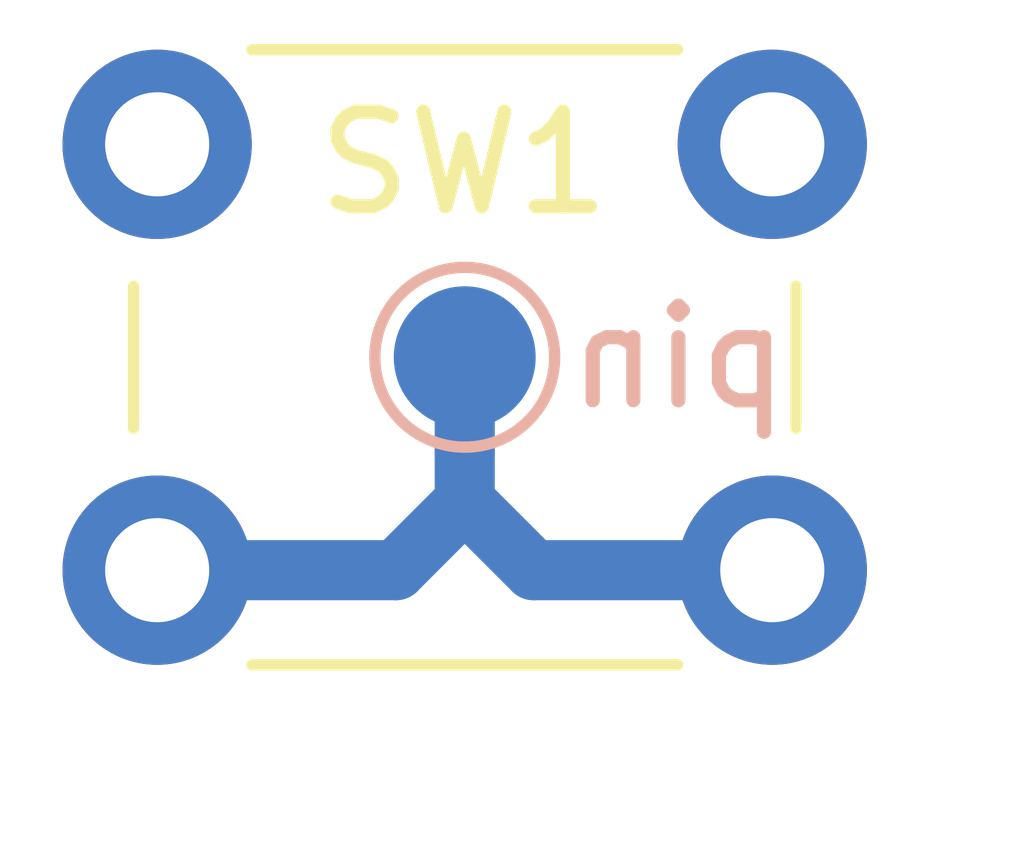
<source format=kicad_pcb>
(kicad_pcb (version 20211014) (generator pcbnew)
  (layers (0 "F.Cu" signal) (31 "B.Cu" signal) (34 "B.Paste" user) (35 "F.Paste" user) (36 "B.SilkS" user "B.Silkscreen") (37 "F.SilkS" user "F.Silkscreen") (38 "B.Mask" user) (39 "F.Mask" user) (44 "Edge.Cuts" user))
  (net 0 "")
  (net 1 "+3V3")
  (net 2 "Pin0")
  (footprint "Button_Switch_THT:SW_PUSH_6mm_H7.3mm" (layer "F.Cu") (at -3.25 -2.25)
    (fp_text reference "SW1" (at 3.24 0.2) (layer "F.SilkS"))
    (fp_text value "SW_Push_Dual")
    (fp_line (start 5.5 -1) (end 1 -1) (layer "F.SilkS") (width 0.12))
    (fp_line (start -0.25 1.5) (end -0.25 3) (layer "F.SilkS") (width 0.12))
    (fp_line (start 6.75 3) (end 6.75 1.5) (layer "F.SilkS") (width 0.12))
    (fp_line (start 1 5.5) (end 5.5 5.5) (layer "F.SilkS") (width 0.12))
    (pad "1" thru_hole circle locked (at 0 0 90) (size 2 2) (drill 1.1) (layers *.Cu *.Mask) (net 1 "+3V3"))
    (pad "1" thru_hole circle locked (at 6.5 0 90) (size 2 2) (drill 1.1) (layers *.Cu *.Mask) (net 1 "+3V3"))
    (pad "2" thru_hole circle locked (at 6.5 4.5 90) (size 2 2) (drill 1.1) (layers *.Cu *.Mask) (net 2 "Pin0"))
    (pad "2" thru_hole circle locked (at 0 4.5 90) (size 2 2) (drill 1.1) (layers *.Cu *.Mask) (net 2 "Pin0"))
  )
  (footprint "TestPoint:TestPoint_Pad_D1.5mm" (layer "B.Cu") (at 0 0)
    (fp_text reference "TP1" hide)
    (fp_text value "TestPoint")
    (fp_circle (center 0 0) (end 0 -0.95) (layer "B.SilkS") (width 0.12) (fill none))
    (pad "1" smd circle locked (at 0 0) (size 1.5 1.5) (layers "B.Cu" "B.Mask") (net 2 "Pin0"))
  )
  (gr_text "pin" (at 1.016 0) (layer "B.SilkS") (effects (font (size 1 1)) (justify right mirror)))
  (segment (start 3.25 2.25) (end 0.726 2.25) (width 0.635) (layer "B.Cu") (net 2))
  (segment (start 0 1.016) (end 0 0) (width 0.635) (layer "B.Cu") (net 2))
  (segment (start 0 1.524) (end 0 1.016) (width 0.635) (layer "B.Cu") (net 2))
  (segment (start -0.726 2.25) (end 0 1.524) (width 0.635) (layer "B.Cu") (net 2))
  (segment (start 0.726 2.25) (end 0 1.524) (width 0.635) (layer "B.Cu") (net 2))
  (segment (start -3.25 2.25) (end -0.726 2.25) (width 0.635) (layer "B.Cu") (net 2))
)
</source>
